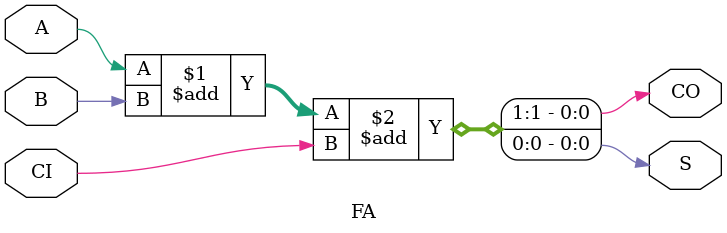
<source format=v>
`timescale 1ns / 1ps

module FA( 
	input A, B, CI,
	output S, CO
);

	assign {CO, S} = A + B + CI;
  
endmodule


</source>
